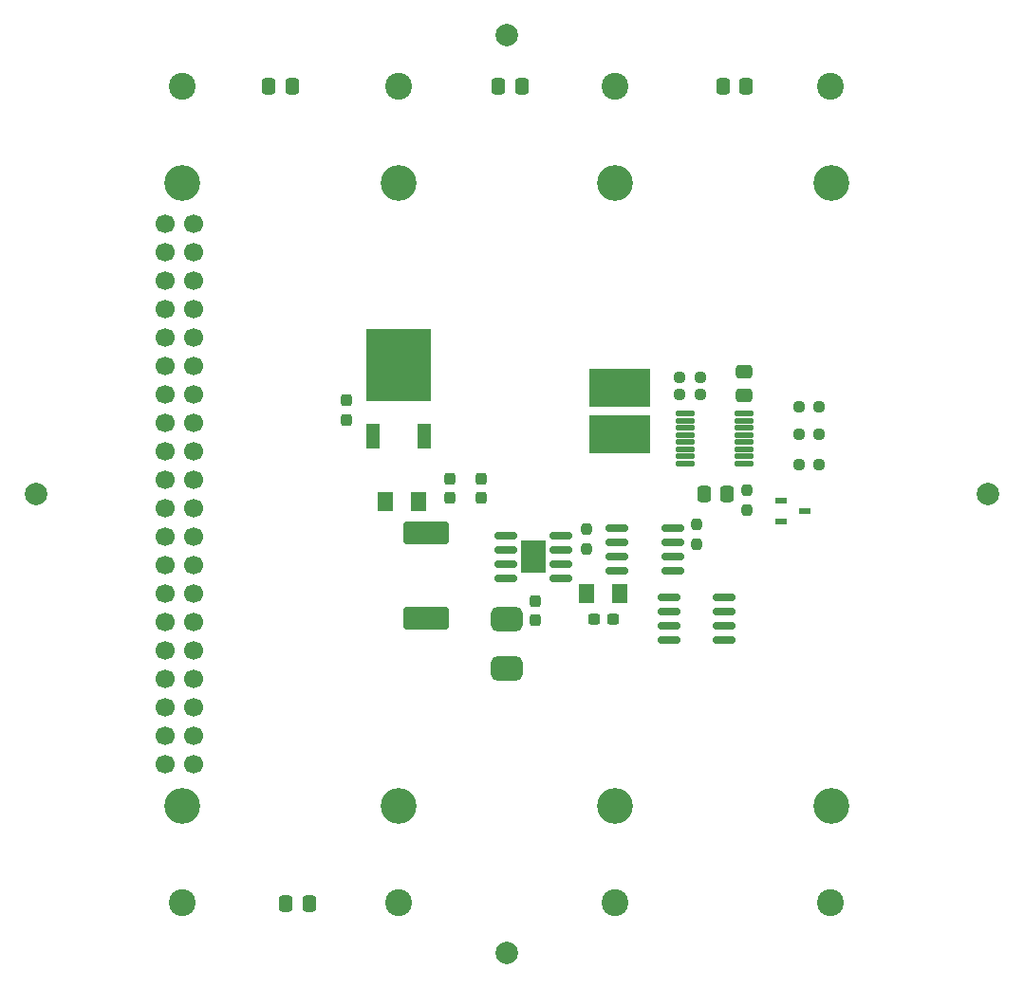
<source format=gbr>
%TF.GenerationSoftware,KiCad,Pcbnew,(6.0.5)*%
%TF.CreationDate,2022-12-15T19:20:58+11:00*%
%TF.ProjectId,Battery Board,42617474-6572-4792-9042-6f6172642e6b,1*%
%TF.SameCoordinates,Original*%
%TF.FileFunction,Soldermask,Top*%
%TF.FilePolarity,Negative*%
%FSLAX46Y46*%
G04 Gerber Fmt 4.6, Leading zero omitted, Abs format (unit mm)*
G04 Created by KiCad (PCBNEW (6.0.5)) date 2022-12-15 19:20:58*
%MOMM*%
%LPD*%
G01*
G04 APERTURE LIST*
G04 Aperture macros list*
%AMRoundRect*
0 Rectangle with rounded corners*
0 $1 Rounding radius*
0 $2 $3 $4 $5 $6 $7 $8 $9 X,Y pos of 4 corners*
0 Add a 4 corners polygon primitive as box body*
4,1,4,$2,$3,$4,$5,$6,$7,$8,$9,$2,$3,0*
0 Add four circle primitives for the rounded corners*
1,1,$1+$1,$2,$3*
1,1,$1+$1,$4,$5*
1,1,$1+$1,$6,$7*
1,1,$1+$1,$8,$9*
0 Add four rect primitives between the rounded corners*
20,1,$1+$1,$2,$3,$4,$5,0*
20,1,$1+$1,$4,$5,$6,$7,0*
20,1,$1+$1,$6,$7,$8,$9,0*
20,1,$1+$1,$8,$9,$2,$3,0*%
G04 Aperture macros list end*
%ADD10C,2.400000*%
%ADD11C,3.200000*%
%ADD12RoundRect,0.250000X0.337500X0.475000X-0.337500X0.475000X-0.337500X-0.475000X0.337500X-0.475000X0*%
%ADD13R,5.400000X3.500000*%
%ADD14RoundRect,0.200000X1.800000X0.800000X-1.800000X0.800000X-1.800000X-0.800000X1.800000X-0.800000X0*%
%ADD15RoundRect,0.237500X-0.300000X-0.237500X0.300000X-0.237500X0.300000X0.237500X-0.300000X0.237500X0*%
%ADD16RoundRect,0.020500X0.799500X0.184500X-0.799500X0.184500X-0.799500X-0.184500X0.799500X-0.184500X0*%
%ADD17R,1.200000X2.200000*%
%ADD18R,5.800000X6.400000*%
%ADD19RoundRect,0.237500X0.237500X-0.300000X0.237500X0.300000X-0.237500X0.300000X-0.237500X-0.300000X0*%
%ADD20R,2.290000X3.000000*%
%ADD21RoundRect,0.150000X0.825000X0.150000X-0.825000X0.150000X-0.825000X-0.150000X0.825000X-0.150000X0*%
%ADD22R,1.090000X0.610000*%
%ADD23RoundRect,0.550000X0.850000X0.550000X-0.850000X0.550000X-0.850000X-0.550000X0.850000X-0.550000X0*%
%ADD24RoundRect,0.237500X-0.237500X0.250000X-0.237500X-0.250000X0.237500X-0.250000X0.237500X0.250000X0*%
%ADD25RoundRect,0.237500X-0.250000X-0.237500X0.250000X-0.237500X0.250000X0.237500X-0.250000X0.237500X0*%
%ADD26RoundRect,0.237500X-0.237500X0.300000X-0.237500X-0.300000X0.237500X-0.300000X0.237500X0.300000X0*%
%ADD27RoundRect,0.250001X0.462499X0.624999X-0.462499X0.624999X-0.462499X-0.624999X0.462499X-0.624999X0*%
%ADD28RoundRect,0.250000X-0.475000X0.337500X-0.475000X-0.337500X0.475000X-0.337500X0.475000X0.337500X0*%
%ADD29C,1.700000*%
%ADD30C,2.000000*%
%ADD31RoundRect,0.150000X-0.825000X-0.150000X0.825000X-0.150000X0.825000X0.150000X-0.825000X0.150000X0*%
%ADD32RoundRect,0.250001X-0.462499X-0.624999X0.462499X-0.624999X0.462499X0.624999X-0.462499X0.624999X0*%
%ADD33RoundRect,0.237500X0.250000X0.237500X-0.250000X0.237500X-0.250000X-0.237500X0.250000X-0.237500X0*%
G04 APERTURE END LIST*
D10*
%TO.C,BT1*%
X101700000Y-55950000D03*
X101700000Y-128850000D03*
X121000000Y-55950000D03*
X121000000Y-128850000D03*
X140300000Y-55950000D03*
X140300000Y-128850000D03*
X159600000Y-55950000D03*
X159600000Y-128850000D03*
D11*
X140300000Y-64595000D03*
X140300000Y-120205000D03*
X101695000Y-120205000D03*
X121000000Y-120205000D03*
X159605000Y-120205000D03*
X159605000Y-64595000D03*
X101695000Y-64595000D03*
X121000000Y-64595000D03*
%TD*%
D12*
%TO.C,C5*%
X132037500Y-56000000D03*
X129962500Y-56000000D03*
%TD*%
D13*
%TO.C,R_{SENSE}1*%
X140800000Y-87055000D03*
X140800000Y-82945000D03*
%TD*%
D14*
%TO.C,L1*%
X123500000Y-103500000D03*
X123500000Y-95900000D03*
%TD*%
D12*
%TO.C,C6*%
X152037500Y-56000000D03*
X149962500Y-56000000D03*
%TD*%
D15*
%TO.C,C_{IN}1*%
X138437500Y-103600000D03*
X140162500Y-103600000D03*
%TD*%
D16*
%TO.C,U1*%
X146565000Y-89672500D03*
X146565000Y-89037500D03*
X146565000Y-88402500D03*
X146565000Y-87767500D03*
X146565000Y-87132500D03*
X146565000Y-86497500D03*
X146565000Y-85862500D03*
X146565000Y-85227500D03*
X151835000Y-85227500D03*
X151835000Y-85862500D03*
X151835000Y-86497500D03*
X151835000Y-87132500D03*
X151835000Y-87767500D03*
X151835000Y-88402500D03*
X151835000Y-89037500D03*
X151835000Y-89672500D03*
%TD*%
D17*
%TO.C,Reg_{3.3}1*%
X123318000Y-87208000D03*
D18*
X121038000Y-80908000D03*
D17*
X118758000Y-87208000D03*
%TD*%
D19*
%TO.C,C_{5OUT1}1*%
X128400000Y-92762500D03*
X128400000Y-91037500D03*
%TD*%
D20*
%TO.C,REG_{5}1*%
X133038000Y-98008000D03*
D21*
X130563000Y-99913000D03*
X130563000Y-98643000D03*
X130563000Y-97373000D03*
X130563000Y-96103000D03*
X135513000Y-96103000D03*
X135513000Y-97373000D03*
X135513000Y-98643000D03*
X135513000Y-99913000D03*
%TD*%
D22*
%TO.C,D1*%
X157270000Y-93900000D03*
X155130000Y-94815000D03*
X155130000Y-92985000D03*
%TD*%
D23*
%TO.C,D2*%
X130700000Y-103600000D03*
X130700000Y-108000000D03*
%TD*%
D24*
%TO.C,R7*%
X147600000Y-95063500D03*
X147600000Y-96888500D03*
%TD*%
D12*
%TO.C,C1*%
X150331500Y-92400000D03*
X148256500Y-92400000D03*
%TD*%
D19*
%TO.C,C_{5OUT2}1*%
X125600000Y-92762500D03*
X125600000Y-91037500D03*
%TD*%
D25*
%TO.C,R1*%
X156737500Y-84600000D03*
X158562500Y-84600000D03*
%TD*%
D26*
%TO.C,C_{3.3OUT}1*%
X116400000Y-84037500D03*
X116400000Y-85762500D03*
%TD*%
D27*
%TO.C,F_{5V}1*%
X122787500Y-93100000D03*
X119812500Y-93100000D03*
%TD*%
D25*
%TO.C,R3*%
X156737500Y-89750000D03*
X158562500Y-89750000D03*
%TD*%
D24*
%TO.C,R4*%
X152088000Y-92015500D03*
X152088000Y-93840500D03*
%TD*%
D21*
%TO.C,Q1*%
X145475000Y-99205000D03*
X145475000Y-97935000D03*
X145475000Y-96665000D03*
X145475000Y-95395000D03*
X140525000Y-95395000D03*
X140525000Y-96665000D03*
X140525000Y-97935000D03*
X140525000Y-99205000D03*
%TD*%
D25*
%TO.C,R5*%
X146095500Y-83530000D03*
X147920500Y-83530000D03*
%TD*%
D28*
%TO.C,C2*%
X151834000Y-81476500D03*
X151834000Y-83551500D03*
%TD*%
D29*
%TO.C,R8*%
X102710000Y-68270000D03*
X102710000Y-70810000D03*
X102710000Y-73350000D03*
X102710000Y-75890000D03*
X102710000Y-78430000D03*
X102710000Y-80970000D03*
X102710000Y-83510000D03*
X102710000Y-86050000D03*
X102710000Y-88590000D03*
X102710000Y-91130000D03*
X102710000Y-93670000D03*
X102710000Y-96210000D03*
X102710000Y-98750000D03*
X102710000Y-101290000D03*
X102710000Y-103830000D03*
X102710000Y-106370000D03*
X102710000Y-108910000D03*
X102710000Y-111450000D03*
X102710000Y-113990000D03*
X102710000Y-116530000D03*
X100170000Y-116530000D03*
X100170000Y-113990000D03*
X100170000Y-111450000D03*
X100170000Y-108910000D03*
X100170000Y-106370000D03*
X100170000Y-103830000D03*
X100170000Y-101290000D03*
X100170000Y-98750000D03*
X100170000Y-96210000D03*
X100170000Y-93670000D03*
X100170000Y-91130000D03*
X100170000Y-88590000D03*
X100170000Y-86050000D03*
X100170000Y-83510000D03*
X100170000Y-80970000D03*
X100170000Y-78430000D03*
X100170000Y-75890000D03*
X100170000Y-73350000D03*
X100170000Y-70810000D03*
X100170000Y-68270000D03*
D30*
X173650000Y-92400000D03*
X130650000Y-51400000D03*
X88650000Y-92400000D03*
X130650000Y-133400000D03*
%TD*%
D31*
%TO.C,Q2*%
X145125000Y-101595000D03*
X145125000Y-102865000D03*
X145125000Y-104135000D03*
X145125000Y-105405000D03*
X150075000Y-105405000D03*
X150075000Y-104135000D03*
X150075000Y-102865000D03*
X150075000Y-101595000D03*
%TD*%
D12*
%TO.C,C4*%
X111537500Y-56000000D03*
X109462500Y-56000000D03*
%TD*%
D19*
%TO.C,C_{BST}1*%
X133200000Y-103662500D03*
X133200000Y-101937500D03*
%TD*%
D12*
%TO.C,C3*%
X113037500Y-129000000D03*
X110962500Y-129000000D03*
%TD*%
D25*
%TO.C,R2*%
X156737500Y-87050000D03*
X158562500Y-87050000D03*
%TD*%
D32*
%TO.C,F_{VPP}1*%
X137812500Y-101300000D03*
X140787500Y-101300000D03*
%TD*%
D33*
%TO.C,R6*%
X147920500Y-82006000D03*
X146095500Y-82006000D03*
%TD*%
D24*
%TO.C,R_{PON}1*%
X137800000Y-95487500D03*
X137800000Y-97312500D03*
%TD*%
M02*

</source>
